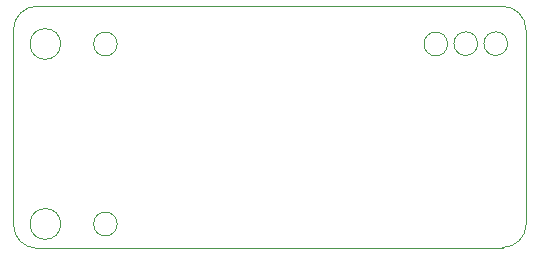
<source format=gbr>
%TF.GenerationSoftware,KiCad,Pcbnew,7.0.10*%
%TF.CreationDate,2024-03-07T14:05:51+00:00*%
%TF.ProjectId,tp4056,74703430-3536-42e6-9b69-6361645f7063,rev?*%
%TF.SameCoordinates,Original*%
%TF.FileFunction,Profile,NP*%
%FSLAX46Y46*%
G04 Gerber Fmt 4.6, Leading zero omitted, Abs format (unit mm)*
G04 Created by KiCad (PCBNEW 7.0.10) date 2024-03-07 14:05:51*
%MOMM*%
%LPD*%
G01*
G04 APERTURE LIST*
%TA.AperFunction,Profile*%
%ADD10C,0.100000*%
%TD*%
G04 APERTURE END LIST*
D10*
X139000000Y-73000000D02*
G75*
G03*
X137000000Y-75000000I0J-2000000D01*
G01*
X139000000Y-93500000D02*
X178415786Y-93435786D01*
X137000000Y-91500000D02*
X137000000Y-75000000D01*
X178838000Y-76168000D02*
G75*
G03*
X176838000Y-76168000I-1000000J0D01*
G01*
X176838000Y-76168000D02*
G75*
G03*
X178838000Y-76168000I1000000J0D01*
G01*
X139000000Y-73000000D02*
X178400000Y-73000000D01*
X176298000Y-76168000D02*
G75*
G03*
X174298000Y-76168000I-1000000J0D01*
G01*
X174298000Y-76168000D02*
G75*
G03*
X176298000Y-76168000I1000000J0D01*
G01*
X145780000Y-91440000D02*
G75*
G03*
X143780000Y-91440000I-1000000J0D01*
G01*
X143780000Y-91440000D02*
G75*
G03*
X145780000Y-91440000I1000000J0D01*
G01*
X180400000Y-75000000D02*
G75*
G03*
X178400000Y-73000000I-2000000J0D01*
G01*
X137000000Y-91500000D02*
G75*
G03*
X139000000Y-93500000I2000000J0D01*
G01*
X178415786Y-93435786D02*
G75*
G03*
X180415786Y-91435786I14J1999986D01*
G01*
X141000000Y-76200000D02*
G75*
G03*
X138400000Y-76200000I-1300000J0D01*
G01*
X138400000Y-76200000D02*
G75*
G03*
X141000000Y-76200000I1300000J0D01*
G01*
X145780000Y-76200000D02*
G75*
G03*
X143780000Y-76200000I-1000000J0D01*
G01*
X143780000Y-76200000D02*
G75*
G03*
X145780000Y-76200000I1000000J0D01*
G01*
X141001384Y-91440000D02*
G75*
G03*
X138398616Y-91440000I-1301384J0D01*
G01*
X138398616Y-91440000D02*
G75*
G03*
X141001384Y-91440000I1301384J0D01*
G01*
X173758000Y-76200000D02*
G75*
G03*
X171758000Y-76200000I-1000000J0D01*
G01*
X171758000Y-76200000D02*
G75*
G03*
X173758000Y-76200000I1000000J0D01*
G01*
X180400000Y-75000000D02*
X180415786Y-91435786D01*
M02*

</source>
